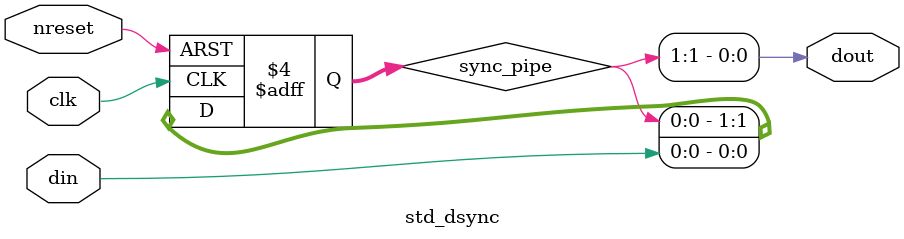
<source format=sv>

module std_dsync #(parameter PS = 2  /* number of sync stages*/)
(
	input  clk, // clock
	input  nreset, // clock
	input  din, // input data
	output dout    // synchronized data
);

logic [PS-1:0] sync_pipe = '0; 

always_ff @(posedge clk, negedge nreset) begin	 
	if(!nreset) begin
		sync_pipe[PS-1:0] <= 'b0;
	end else begin
		sync_pipe[PS-1:0] <= {sync_pipe[PS-2:0], din};
	end
end

assign dout = sync_pipe[PS-1];

endmodule // std_dsync



</source>
